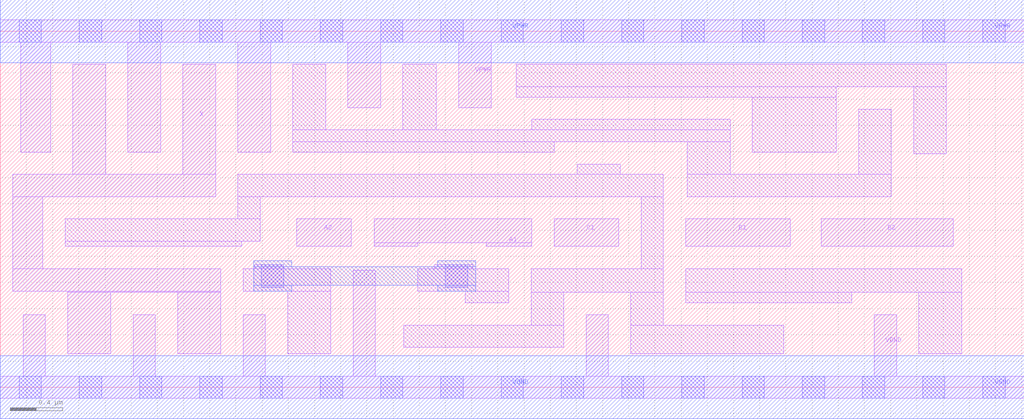
<source format=lef>
# Copyright 2020 The SkyWater PDK Authors
#
# Licensed under the Apache License, Version 2.0 (the "License");
# you may not use this file except in compliance with the License.
# You may obtain a copy of the License at
#
#     https://www.apache.org/licenses/LICENSE-2.0
#
# Unless required by applicable law or agreed to in writing, software
# distributed under the License is distributed on an "AS IS" BASIS,
# WITHOUT WARRANTIES OR CONDITIONS OF ANY KIND, either express or implied.
# See the License for the specific language governing permissions and
# limitations under the License.
#
# SPDX-License-Identifier: Apache-2.0

VERSION 5.7 ;
  NAMESCASESENSITIVE ON ;
  NOWIREEXTENSIONATPIN ON ;
  DIVIDERCHAR "/" ;
  BUSBITCHARS "[]" ;
UNITS
  DATABASE MICRONS 200 ;
END UNITS
MACRO sky130_fd_sc_hd__a221o_4
  CLASS CORE ;
  SOURCE USER ;
  FOREIGN sky130_fd_sc_hd__a221o_4 ;
  ORIGIN  0.000000  0.000000 ;
  SIZE  7.820000 BY  2.720000 ;
  SYMMETRY X Y R90 ;
  SITE unithd ;
  PIN A1
    ANTENNAGATEAREA  0.495000 ;
    DIRECTION INPUT ;
    USE SIGNAL ;
    PORT
      LAYER li1 ;
        RECT 2.855000 1.075000 3.190000 1.105000 ;
        RECT 2.855000 1.105000 4.060000 1.285000 ;
        RECT 3.710000 1.075000 4.060000 1.105000 ;
    END
  END A1
  PIN A2
    ANTENNAGATEAREA  0.495000 ;
    DIRECTION INPUT ;
    USE SIGNAL ;
    PORT
      LAYER li1 ;
        RECT 2.265000 1.075000 2.680000 1.285000 ;
    END
  END A2
  PIN B1
    ANTENNAGATEAREA  0.495000 ;
    DIRECTION INPUT ;
    USE SIGNAL ;
    PORT
      LAYER li1 ;
        RECT 5.235000 1.075000 6.035000 1.285000 ;
    END
  END B1
  PIN B2
    ANTENNAGATEAREA  0.495000 ;
    DIRECTION INPUT ;
    USE SIGNAL ;
    PORT
      LAYER li1 ;
        RECT 6.270000 1.075000 7.280000 1.285000 ;
    END
  END B2
  PIN C1
    ANTENNAGATEAREA  0.495000 ;
    DIRECTION INPUT ;
    USE SIGNAL ;
    PORT
      LAYER li1 ;
        RECT 4.230000 1.075000 4.725000 1.285000 ;
    END
  END C1
  PIN X
    ANTENNADIFFAREA  0.891000 ;
    DIRECTION OUTPUT ;
    USE SIGNAL ;
    PORT
      LAYER li1 ;
        RECT 0.095000 0.735000 1.685000 0.905000 ;
        RECT 0.095000 0.905000 0.325000 1.455000 ;
        RECT 0.095000 1.455000 1.645000 1.625000 ;
        RECT 0.515000 0.255000 0.845000 0.725000 ;
        RECT 0.515000 0.725000 1.685000 0.735000 ;
        RECT 0.555000 1.625000 0.805000 2.465000 ;
        RECT 1.355000 0.255000 1.685000 0.725000 ;
        RECT 1.395000 1.625000 1.645000 2.465000 ;
    END
  END X
  PIN VGND
    DIRECTION INOUT ;
    SHAPE ABUTMENT ;
    USE GROUND ;
    PORT
      LAYER li1 ;
        RECT 0.000000 -0.085000 7.820000 0.085000 ;
        RECT 0.175000  0.085000 0.345000 0.555000 ;
        RECT 1.015000  0.085000 1.185000 0.555000 ;
        RECT 1.855000  0.085000 2.025000 0.555000 ;
        RECT 2.695000  0.085000 2.865000 0.895000 ;
        RECT 4.475000  0.085000 4.645000 0.555000 ;
        RECT 6.675000  0.085000 6.845000 0.555000 ;
      LAYER mcon ;
        RECT 0.145000 -0.085000 0.315000 0.085000 ;
        RECT 0.605000 -0.085000 0.775000 0.085000 ;
        RECT 1.065000 -0.085000 1.235000 0.085000 ;
        RECT 1.525000 -0.085000 1.695000 0.085000 ;
        RECT 1.985000 -0.085000 2.155000 0.085000 ;
        RECT 2.445000 -0.085000 2.615000 0.085000 ;
        RECT 2.905000 -0.085000 3.075000 0.085000 ;
        RECT 3.365000 -0.085000 3.535000 0.085000 ;
        RECT 3.825000 -0.085000 3.995000 0.085000 ;
        RECT 4.285000 -0.085000 4.455000 0.085000 ;
        RECT 4.745000 -0.085000 4.915000 0.085000 ;
        RECT 5.205000 -0.085000 5.375000 0.085000 ;
        RECT 5.665000 -0.085000 5.835000 0.085000 ;
        RECT 6.125000 -0.085000 6.295000 0.085000 ;
        RECT 6.585000 -0.085000 6.755000 0.085000 ;
        RECT 7.045000 -0.085000 7.215000 0.085000 ;
        RECT 7.505000 -0.085000 7.675000 0.085000 ;
      LAYER met1 ;
        RECT 0.000000 -0.240000 7.820000 0.240000 ;
    END
  END VGND
  PIN VPWR
    DIRECTION INOUT ;
    SHAPE ABUTMENT ;
    USE POWER ;
    PORT
      LAYER li1 ;
        RECT 0.000000 2.635000 7.820000 2.805000 ;
        RECT 0.155000 1.795000 0.385000 2.635000 ;
        RECT 0.975000 1.795000 1.225000 2.635000 ;
        RECT 1.815000 1.795000 2.065000 2.635000 ;
        RECT 2.655000 2.135000 2.905000 2.635000 ;
        RECT 3.500000 2.135000 3.750000 2.635000 ;
      LAYER mcon ;
        RECT 0.145000 2.635000 0.315000 2.805000 ;
        RECT 0.605000 2.635000 0.775000 2.805000 ;
        RECT 1.065000 2.635000 1.235000 2.805000 ;
        RECT 1.525000 2.635000 1.695000 2.805000 ;
        RECT 1.985000 2.635000 2.155000 2.805000 ;
        RECT 2.445000 2.635000 2.615000 2.805000 ;
        RECT 2.905000 2.635000 3.075000 2.805000 ;
        RECT 3.365000 2.635000 3.535000 2.805000 ;
        RECT 3.825000 2.635000 3.995000 2.805000 ;
        RECT 4.285000 2.635000 4.455000 2.805000 ;
        RECT 4.745000 2.635000 4.915000 2.805000 ;
        RECT 5.205000 2.635000 5.375000 2.805000 ;
        RECT 5.665000 2.635000 5.835000 2.805000 ;
        RECT 6.125000 2.635000 6.295000 2.805000 ;
        RECT 6.585000 2.635000 6.755000 2.805000 ;
        RECT 7.045000 2.635000 7.215000 2.805000 ;
        RECT 7.505000 2.635000 7.675000 2.805000 ;
      LAYER met1 ;
        RECT 0.000000 2.480000 7.820000 2.960000 ;
    END
  END VPWR
  OBS
    LAYER li1 ;
      RECT 0.495000 1.075000 1.845000 1.115000 ;
      RECT 0.495000 1.115000 1.985000 1.285000 ;
      RECT 1.815000 1.285000 1.985000 1.455000 ;
      RECT 1.815000 1.455000 5.065000 1.625000 ;
      RECT 1.855000 0.735000 2.525000 0.905000 ;
      RECT 1.945000 0.905000 2.165000 0.935000 ;
      RECT 2.195000 0.255000 2.525000 0.735000 ;
      RECT 2.235000 1.795000 4.230000 1.875000 ;
      RECT 2.235000 1.875000 5.575000 1.965000 ;
      RECT 2.235000 1.965000 2.485000 2.465000 ;
      RECT 3.075000 1.965000 3.330000 2.465000 ;
      RECT 3.080000 0.305000 4.305000 0.475000 ;
      RECT 3.190000 0.735000 3.885000 0.905000 ;
      RECT 3.315000 0.905000 3.610000 0.935000 ;
      RECT 3.550000 0.645000 3.885000 0.735000 ;
      RECT 3.940000 2.215000 6.385000 2.295000 ;
      RECT 3.940000 2.295000 7.225000 2.465000 ;
      RECT 4.055000 0.475000 4.305000 0.725000 ;
      RECT 4.055000 0.725000 5.065000 0.905000 ;
      RECT 4.060000 1.965000 5.575000 2.045000 ;
      RECT 4.405000 1.625000 4.735000 1.705000 ;
      RECT 4.815000 0.255000 5.985000 0.475000 ;
      RECT 4.815000 0.475000 5.065000 0.725000 ;
      RECT 4.895000 0.905000 5.065000 1.455000 ;
      RECT 5.235000 0.645000 6.505000 0.725000 ;
      RECT 5.235000 0.725000 7.345000 0.905000 ;
      RECT 5.245000 1.455000 6.805000 1.625000 ;
      RECT 5.245000 1.625000 5.575000 1.875000 ;
      RECT 5.745000 1.795000 6.385000 2.215000 ;
      RECT 6.555000 1.625000 6.805000 2.125000 ;
      RECT 6.975000 1.785000 7.225000 2.295000 ;
      RECT 7.015000 0.255000 7.345000 0.725000 ;
    LAYER mcon ;
      RECT 1.995000 0.765000 2.165000 0.935000 ;
      RECT 3.400000 0.765000 3.570000 0.935000 ;
    LAYER met1 ;
      RECT 1.935000 0.735000 2.225000 0.780000 ;
      RECT 1.935000 0.780000 3.630000 0.920000 ;
      RECT 1.935000 0.920000 2.225000 0.965000 ;
      RECT 3.340000 0.735000 3.630000 0.780000 ;
      RECT 3.340000 0.920000 3.630000 0.965000 ;
  END
END sky130_fd_sc_hd__a221o_4

</source>
